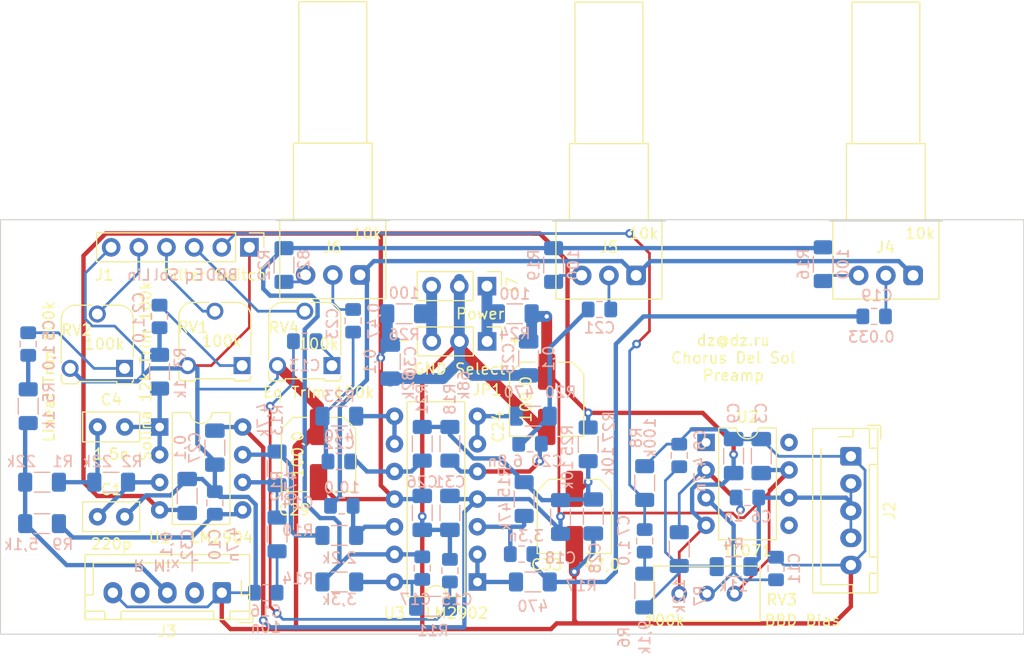
<source format=kicad_pcb>
(kicad_pcb (version 20211014) (generator pcbnew)
  (layers (0 "F.Cu" signal) (31 "B.Cu" signal) (34 "B.Paste" user) (35 "F.Paste" user) (36 "B.SilkS" user "B.Silkscreen") (37 "F.SilkS" user "F.Silkscreen") (38 "B.Mask" user) (39 "F.Mask" user) (44 "Edge.Cuts" user))
  (net 0 "")
  (net 1 "Net-(C1-Pad1)")
  (net 2 "GND")
  (net 3 "Net-(C2-Pad1)")
  (net 4 "Net-(C2-Pad2)")
  (net 5 "/+V")
  (net 6 "Net-(C4-Pad1)")
  (net 7 "Net-(C4-Pad2)")
  (net 8 "Net-(C5-Pad1)")
  (net 9 "Net-(C5-Pad2)")
  (net 10 "Net-(C6-Pad1)")
  (net 11 "Net-(C6-Pad2)")
  (net 12 "Net-(C7-Pad1)")
  (net 13 "Net-(C7-Pad2)")
  (net 14 "Net-(C8-Pad1)")
  (net 15 "/-V")
  (net 16 "Net-(C10-Pad2)")
  (net 17 "Net-(C13-Pad1)")
  (net 18 "Net-(C13-Pad2)")
  (net 19 "Net-(C14-Pad1)")
  (net 20 "Net-(C14-Pad2)")
  (net 21 "Net-(C16-Pad2)")
  (net 22 "Net-(C17-Pad1)")
  (net 23 "Net-(C17-Pad2)")
  (net 24 "Net-(C18-Pad1)")
  (net 25 "Net-(C18-Pad2)")
  (net 26 "Net-(C19-Pad2)")
  (net 27 "Net-(C20-Pad1)")
  (net 28 "Net-(C20-Pad2)")
  (net 29 "Net-(C21-Pad2)")
  (net 30 "Net-(C22-Pad1)")
  (net 31 "Net-(C22-Pad2)")
  (net 32 "Net-(C23-Pad2)")
  (net 33 "/1{slash}2")
  (net 34 "Net-(J1-Pad3)")
  (net 35 "Net-(J1-Pad4)")
  (net 36 "Net-(J1-Pad5)")
  (net 37 "/Dry R")
  (net 38 "/Dry Mix")
  (net 39 "/Dry L")
  (net 40 "Net-(J4-Pad3)")
  (net 41 "Net-(J5-Pad3)")
  (net 42 "Net-(J6-Pad3)")
  (net 43 "+15V")
  (net 44 "-15V")
  (net 45 "Net-(R10-Pad1)")
  (net 46 "Net-(R12-Pad2)")
  (net 47 "Net-(R17-Pad1)")
  (net 48 "Net-(R20-Pad1)")
  (net 49 "Net-(R23-Pad1)")
  (net 53 "Net-(RV3-Pad2)")
  (footprint "Potentiometer_THT:Potentiometer_Bourns_3296W_Vertical" (layer "F.Cu") (at 125.84 52.15)
    (fp_text reference "RV3")
    (fp_text value "BBD Bias")
  )
  (footprint "Package_DIP:DIP-8_W7.62mm" (layer "F.Cu") (at 123.22375 38.25)
    (fp_text reference "U2")
    (fp_text value "TL071")
  )
  (footprint "Connector_PinHeader_2.54mm:PinHeader_1x06_P2.54mm_Vertical" (layer "F.Cu") (at 81.28 20.32 -90)
    (fp_text reference "J1")
    (fp_text value "Filter Switch")
  )
  (footprint "Connector_JST:JST_XH_B5B-XH-AM_1x05_P2.50mm_Vertical" (layer "F.Cu") (at 78.74 52.07 180)
    (fp_text reference "J3")
    (fp_text value "Dry LMR In")
  )
  (footprint "MountingHole:MountingHole_3.2mm_M3" (layer "F.Cu") (at 148.59 21.59)
    (fp_text reference "H1" hide)
    (fp_text value "MountingHole" hide)
  )
  (footprint "Package_DIP:DIP-8_W7.62mm" (layer "F.Cu") (at 73.035 36.84)
    (fp_text reference "U1")
    (fp_text value "LM2904")
  )
  (footprint "Capacitor_SMD:C_Elec_6.3x5.8" (layer "F.Cu") (at 87.63 39.37 -90)
    (fp_text reference "C29")
    (fp_text value "100,0")
  )
  (footprint "Connector_PinHeader_2.54mm:PinHeader_1x03_P2.54mm_Vertical" (layer "F.Cu") (at 103.1125 28.9675 -90)
    (fp_text reference "JP1")
    (fp_text value "GND Select")
  )
  (footprint "Potentiometer_THT:Potentiometer_Runtron_RM-065_Vertical" (layer "F.Cu") (at 80.605 31.19 180)
    (fp_text reference "RV1")
    (fp_text value "Solina 12k Trim 100k")
  )
  (footprint "MountingHole:MountingHole_3.2mm_M3" (layer "F.Cu") (at 62.23 21.59)
    (fp_text reference "H4" hide)
    (fp_text value "MountingHole" hide)
  )
  (footprint "Capacitor_SMD:C_Elec_6.3x5.8" (layer "F.Cu") (at 108.585 34.29 -90)
    (fp_text reference "C24")
    (fp_text value "100,0")
  )
  (footprint "Potentiometer_THT:Potentiometer_Runtron_RM-065_Vertical" (layer "F.Cu") (at 69.81 31.45 180)
    (fp_text reference "RV2")
    (fp_text value "Linear Trim 100k")
  )
  (footprint "Capacitor_THT:C_Disc_D5.0mm_W2.5mm_P2.50mm" (layer "F.Cu") (at 67.33 36.83)
    (fp_text reference "C4")
    (fp_text value "1,5n")
  )
  (footprint "Potentiometer_THT:Potentiometer_Alps_RK097_Single_Horizontal" (layer "F.Cu") (at 91.44 22.86 -90)
    (fp_text reference "J6")
    (fp_text value "Eq Pot 10k")
    (fp_line (start -5 -2.7) (end -5 7.7) (layer "Edge.Cuts") (width 0.1))
  )
  (footprint "Potentiometer_THT:Potentiometer_Runtron_RM-065_Vertical" (layer "F.Cu") (at 88.86 31.19 180)
    (fp_text reference "RV4")
    (fp_text value "Eq Trim 100k")
  )
  (footprint "Connector_JST:JST_XH_B5B-XH-AM_1x05_P2.50mm_Vertical" (layer "F.Cu") (at 136.525 39.53 -90)
    (fp_text reference "J2")
    (fp_text value "BBD Drive")
  )
  (footprint "Capacitor_THT:C_Disc_D5.0mm_W2.5mm_P2.50mm" (layer "F.Cu") (at 67.33 45.085)
    (fp_text reference "C1")
    (fp_text value "220p")
  )
  (footprint "Connector_PinHeader_2.54mm:PinHeader_1x03_P2.54mm_Vertical" (layer "F.Cu") (at 103.0975 23.8875 -90)
    (fp_text reference "J7")
    (fp_text value "Power")
  )
  (footprint "Potentiometer_THT:Potentiometer_Alps_RK097_Single_Horizontal" (layer "F.Cu") (at 116.8 22.905 -90)
    (fp_text reference "J5")
    (fp_text value "Eq Pot 10k")
    (fp_line (start -5 -2.7) (end -5 7.7) (layer "Edge.Cuts") (width 0.1))
  )
  (footprint "Package_DIP:DIP-14_W7.62mm" (layer "F.Cu") (at 102.225 51.085 180)
    (fp_text reference "U3")
    (fp_text value "LM2902")
  )
  (footprint "Potentiometer_THT:Potentiometer_Alps_RK097_Single_Horizontal" (layer "F.Cu") (at 142.24 22.905 -90)
    (fp_text reference "J4")
    (fp_text value "Eq Pot 10k")
    (fp_line (start -5 -2.7) (end -5 7.7) (layer "Edge.Cuts") (width 0.1))
  )
  (footprint "MountingHole:MountingHole_3.2mm_M3" (layer "F.Cu") (at 148.59 52.07)
    (fp_text reference "H2" hide)
    (fp_text value "MountingHole" hide)
  )
  (footprint "MountingHole:MountingHole_3.2mm_M3" (layer "F.Cu") (at 62.23 52.07)
    (fp_text reference "H3" hide)
    (fp_text value "MountingHole" hide)
  )
  (footprint "Capacitor_SMD:C_Elec_6.3x5.8" (layer "F.Cu") (at 111.125 45.06 -90)
    (fp_text reference "C33")
    (fp_text value "47,0")
  )
  (footprint "Capacitor_SMD:C_0805_2012Metric_Pad1.18x1.45mm_HandSolder" (layer "B.Cu") (at 129.65 49.8425 90)
    (fp_text reference "C11")
    (fp_text value "10,0")
  )
  (footprint "Resistor_SMD:R_1206_3216Metric_Pad1.30x1.75mm_HandSolder" (layer "B.Cu") (at 133.985 21.87 -90)
    (fp_text reference "R16")
    (fp_text value "100")
  )
  (footprint "Capacitor_SMD:C_1206_3216Metric_Pad1.33x1.80mm_HandSolder" (layer "B.Cu") (at 106.9225 30.53 -90)
    (fp_text reference "C25")
    (fp_text value "0,1")
  )
  (footprint "Capacitor_SMD:C_0805_2012Metric_Pad1.18x1.45mm_HandSolder" (layer "B.Cu") (at 99.695 50.0425 90)
    (fp_text reference "C15")
    (fp_text value "22n")
  )
  (footprint "Capacitor_SMD:C_0805_2012Metric_Pad1.18x1.45mm_HandSolder" (layer "B.Cu") (at 89.7675 44.085)
    (fp_text reference "C14")
    (fp_text value "10.0")
  )
  (footprint "Capacitor_SMD:C_0805_2012Metric_Pad1.18x1.45mm_HandSolder" (layer "B.Cu") (at 106.2775 48.52)
    (fp_text reference "C18")
    (fp_text value "3,3n")
  )
  (footprint "Resistor_SMD:R_1206_3216Metric_Pad1.30x1.75mm_HandSolder" (layer "B.Cu") (at 125.75375 49.67)
    (fp_text reference "R4")
    (fp_text value "11k")
  )
  (footprint "Capacitor_SMD:C_0805_2012Metric_Pad1.18x1.45mm_HandSolder" (layer "B.Cu") (at 138.6625 26.67)
    (fp_text reference "C19")
    (fp_text value "0.033")
  )
  (footprint "Capacitor_SMD:C_0805_2012Metric_Pad1.18x1.45mm_HandSolder" (layer "B.Cu") (at 120.76 39.45 90)
    (fp_text reference "C8")
    (fp_text value "4,7n")
  )
  (footprint "Resistor_SMD:R_1206_3216Metric_Pad1.30x1.75mm_HandSolder" (layer "B.Cu") (at 106.515 43.46 -90)
    (fp_text reference "R15")
    (fp_text value "47k")
  )
  (footprint "Resistor_SMD:R_1206_3216Metric_Pad1.30x1.75mm_HandSolder" (layer "B.Cu") (at 112.395 38.43 -90)
    (fp_text reference "R27")
    (fp_text value "10k")
  )
  (footprint "Capacitor_SMD:C_0805_2012Metric_Pad1.18x1.45mm_HandSolder" (layer "B.Cu") (at 127.02375 43.32 180)
    (fp_text reference "C6")
    (fp_text value "1n")
  )
  (footprint "Resistor_SMD:R_1206_3216Metric_Pad1.30x1.75mm_HandSolder" (layer "B.Cu") (at 89.535 51.08)
    (fp_text reference "R14")
    (fp_text value "3,3k")
  )
  (footprint "Capacitor_SMD:C_0805_2012Metric_Pad1.18x1.45mm_HandSolder" (layer "B.Cu") (at 117.585 47.3025 -90)
    (fp_text reference "C7")
    (fp_text value "1,0")
  )
  (footprint "Resistor_SMD:R_1206_3216Metric_Pad1.30x1.75mm_HandSolder" (layer "B.Cu") (at 68.58 41.91)
    (fp_text reference "R2")
    (fp_text value "22k")
  )
  (footprint "Capacitor_SMD:C_0805_2012Metric_Pad1.18x1.45mm_HandSolder" (layer "B.Cu") (at 89.535 40.005 180)
    (fp_text reference "C22")
    (fp_text value "12n")
  )
  (footprint "Capacitor_SMD:C_0805_2012Metric_Pad1.18x1.45mm_HandSolder" (layer "B.Cu") (at 78.105 43.815 -90)
    (fp_text reference "C10")
    (fp_text value "4,7n")
  )
  (footprint "Resistor_SMD:R_1206_3216Metric_Pad1.30x1.75mm_HandSolder" (layer "B.Cu") (at 109.22 21.945 -90)
    (fp_text reference "R19")
    (fp_text value "100")
  )
  (footprint "Resistor_SMD:R_1206_3216Metric_Pad1.30x1.75mm_HandSolder" (layer "B.Cu") (at 120.76 48.06 90)
    (fp_text reference "R7")
    (fp_text value "1,2k")
  )
  (footprint "Resistor_SMD:R_1206_3216Metric_Pad1.30x1.75mm_HandSolder" (layer "B.Cu") (at 62.23 45.72)
    (fp_text reference "R9")
    (fp_text value "5,1k")
  )
  (footprint "Capacitor_SMD:C_1206_3216Metric_Pad1.33x1.80mm_HandSolder" (layer "B.Cu") (at 99.695 44.73 -90)
    (fp_text reference "C26")
    (fp_text value "0,1")
  )
  (footprint "Capacitor_SMD:C_0805_2012Metric_Pad1.18x1.45mm_HandSolder" (layer "B.Cu") (at 86.36 28.95 180)
    (fp_text reference "C13")
    (fp_text value "1.0")
  )
  (footprint "Capacitor_SMD:C_0805_2012Metric_Pad1.18x1.45mm_HandSolder" (layer "B.Cu") (at 73.025 26.67 90)
    (fp_text reference "C2")
    (fp_text value "1,0")
  )
  (footprint "Resistor_SMD:R_1206_3216Metric_Pad1.30x1.75mm_HandSolder" (layer "B.Cu") (at 98.145 53.315)
    (fp_text reference "R11")
    (fp_text value "2k")
  )
  (footprint "Resistor_SMD:R_1206_3216Metric_Pad1.30x1.75mm_HandSolder" (layer "B.Cu") (at 83.82 46.71 90)
    (fp_text reference "R12")
    (fp_text value "470")
  )
  (footprint "Capacitor_SMD:C_0805_2012Metric_Pad1.18x1.45mm_HandSolder" (layer "B.Cu") (at 60.96 29.21 90)
    (fp_text reference "C5")
    (fp_text value "1,0")
  )
  (footprint "Capacitor_SMD:C_0805_2012Metric_Pad1.18x1.45mm_HandSolder" (layer "B.Cu") (at 97.155 49.81 -90)
    (fp_text reference "C17")
    (fp_text value "47n")
  )
  (footprint "Capacitor_SMD:C_0805_2012Metric_Pad1.18x1.45mm_HandSolder" (layer "B.Cu") (at 90.805 27.0725 90)
    (fp_text reference "C23")
    (fp_text value "0,47")
  )
  (footprint "Capacitor_SMD:C_1206_3216Metric_Pad1.33x1.80mm_HandSolder" (layer "B.Cu") (at 75.565 43.18 -90)
    (fp_text reference "C32")
    (fp_text value "0,1")
  )
  (footprint "Resistor_SMD:R_1206_3216Metric_Pad1.30x1.75mm_HandSolder" (layer "B.Cu") (at 99.695 38.38 -90)
    (fp_text reference "R18")
    (fp_text value "68k")
  )
  (footprint "Capacitor_SMD:C_1206_3216Metric_Pad1.33x1.80mm_HandSolder" (layer "B.Cu") (at 94.2225 30.8225 90)
    (fp_text reference "C30")
    (fp_text value "0,1")
  )
  (footprint "Capacitor_SMD:C_1206_3216Metric_Pad1.33x1.80mm_HandSolder" (layer "B.Cu") (at 112.865 45.06 -90)
    (fp_text reference "C28")
    (fp_text value "0,1")
  )
  (footprint "Resistor_SMD:R_1206_3216Metric_Pad1.30x1.75mm_HandSolder" (layer "B.Cu") (at 83.82 40.64 90)
    (fp_text reference "R13")
    (fp_text value "4,7k")
  )
  (footprint "Capacitor_SMD:C_0805_2012Metric_Pad1.18x1.45mm_HandSolder" (layer "B.Cu") (at 113.4325 26.035)
    (fp_text reference "C21")
    (fp_text value "0,15")
  )
  (footprint "Resistor_SMD:R_1206_3216Metric_Pad1.30x1.75mm_HandSolder" (layer "B.Cu") (at 107.315 35.84)
    (fp_text reference "R20")
    (fp_text value "470")
  )
  (footprint "Capacitor_SMD:C_0805_2012Metric_Pad1.18x1.45mm_HandSolder" (layer "B.Cu") (at 82.7825 52.07)
    (fp_text reference "C16")
    (fp_text value "10n")
  )
  (footprint "Resistor_SMD:R_1206_3216Metric_Pad1.30x1.75mm_HandSolder" (layer "B.Cu") (at 89.535 46.805)
    (fp_text reference "R10")
    (fp_text value "2.2k")
  )
  (footprint "Resistor_SMD:R_1206_3216Metric_Pad1.30x1.75mm_HandSolder" (layer "B.Cu") (at 97.155 38.38 -90)
    (fp_text reference "R21")
    (fp_text value "82k")
  )
  (footprint "Capacitor_SMD:C_1206_3216Metric_Pad1.33x1.80mm_HandSolder" (layer "B.Cu") (at 97.155 44.73 90)
    (fp_text reference "C31")
    (fp_text value "0,1")
  )
  (footprint "Resistor_SMD:R_1206_3216Metric_Pad1.30x1.75mm_HandSolder" (layer "B.Cu") (at 95.4925 26.4275 180)
    (fp_text reference "R26")
    (fp_text value "100")
  )
  (footprint "Resistor_SMD:R_1206_3216Metric_Pad1.30x1.75mm_HandSolder" (layer "B.Cu") (at 84.455 21.945 -90)
    (fp_text reference "R22")
    (fp_text value "820")
  )
  (footprint "Resistor_SMD:R_1206_3216Metric_Pad1.30x1.75mm_HandSolder" (layer "B.Cu") (at 117.585 51.87 -90)
    (fp_text reference "R6")
    (fp_text value "9,1k")
  )
  (footprint "Resistor_SMD:R_1206_3216Metric_Pad1.30x1.75mm_HandSolder" (layer "B.Cu") (at 107.315 51.08)
    (fp_text reference "R17")
    (fp_text value "470")
  )
  (footprint "Resistor_SMD:R_1206_3216Metric_Pad1.30x1.75mm_HandSolder" (layer "B.Cu") (at 62.23 41.91)
    (fp_text reference "R1")
    (fp_text value "22k")
  )
  (footprint "Capacitor_SMD:C_1206_3216Metric_Pad1.33x1.80mm_HandSolder" (layer "B.Cu") (at 128.29375 39.51 -90)
    (fp_text reference "C3")
    (fp_text value "0,1")
  )
  (footprint "Capacitor_SMD:C_1206_3216Metric_Pad1.33x1.80mm_HandSolder" (layer "B.Cu") (at 125.75375 39.51 90)
    (fp_text reference "C9")
    (fp_text value "0,1")
  )
  (footprint "Resistor_SMD:R_1206_3216Metric_Pad1.30x1.75mm_HandSolder" (layer "B.Cu") (at 105.6525 26.4275)
    (fp_text reference "R24")
    (fp_text value "100")
  )
  (footprint "Resistor_SMD:R_1206_3216Metric_Pad1.30x1.75mm_HandSolder" (layer "B.Cu") (at 117.585 41.99 -90)
    (fp_text reference "R8")
    (fp_text value "100k")
  )
  (footprint "Capacitor_SMD:C_1206_3216Metric_Pad1.33x1.80mm_HandSolder" (layer "B.Cu") (at 78.105 38.735 -90)
    (fp_text reference "C27")
    (fp_text value "0,1")
  )
  (footprint "Resistor_SMD:R_1206_3216Metric_Pad1.30x1.75mm_HandSolder" (layer "B.Cu") (at 109.855 45.11 90)
    (fp_text reference "R25")
    (fp_text value "10k")
  )
  (footprint "Resistor_SMD:R_1206_3216Metric_Pad1.30x1.75mm_HandSolder" (layer "B.Cu") (at 89.535 35.84 180)
    (fp_text reference "R23")
    (fp_text value "470")
  )
  (footprint "Capacitor_SMD:C_0805_2012Metric_Pad1.18x1.45mm_HandSolder" (layer "B.Cu") (at 107.053748 38.38 180)
    (fp_text reference "C20")
    (fp_text value "6,8n")
  )
  (footprint "Resistor_SMD:R_1206_3216Metric_Pad1.30x1.75mm_HandSolder" (layer "B.Cu") (at 60.96 34.925 90)
    (fp_text reference "R5")
    (fp_text value "1k")
  )
  (footprint "Resistor_SMD:R_1206_3216Metric_Pad1.30x1.75mm_HandSolder" (layer "B.Cu") (at 73.025 31.75 90)
    (fp_text reference "R3")
    (fp_text value "1k")
  )
  (gr_rect (start 58.42 17.78) (end 152.4 55.88) (layer "Edge.Cuts") (width 0.1) (fill none))
  (gr_text "Lin" (at 71.12 22.86) (layer "B.SilkS") (effects (font (size 1 1)) (justify mirror)))
  (gr_text "R" (at 71.12 49.53 180) (layer "B.SilkS") (effects (font (size 1 1)) (justify mirror)))
  (gr_text "Mix" (at 73.66 49.53 180) (layer "B.SilkS") (effects (font (size 1 1)) (justify mirror)))
  (gr_text "BBD" (at 78.74 22.86) (layer "B.SilkS") (effects (font (size 1 1)) (justify mirror)))
  (gr_text "Sol" (at 73.66 22.86) (layer "B.SilkS") (effects (font (size 1 1)) (justify mirror)))
  (gr_text "L" (at 76.2 49.53 180) (layer "B.SilkS") (effects (font (size 1 1)) (justify mirror)))
  (gr_text "Eq" (at 76.2 22.86) (layer "B.SilkS") (effects (font (size 1 1)) (justify mirror)))
  (gr_text "100k" (at 78.74 28.95) (layer "F.SilkS") (effects (font (size 1 1))))
  (gr_text "10k" (at 142.875 19.05) (layer "F.SilkS") (effects (font (size 1 1))))
  (gr_text "100k" (at 119.40375 54.605) (layer "F.SilkS") (effects (font (size 1 1))))
  (gr_text "100k" (at 87.63 29.21) (layer "F.SilkS") (effects (font (size 1 1))))
  (gr_text "+" (at 105.6525 28.9675 180) (layer "F.SilkS") (effects (font (size 1 1))))
  (gr_text "10k" (at 117.475 19.05) (layer "F.SilkS") (effects (font (size 1 1))))
  (gr_text "10k" (at 92.075 19.05) (layer "F.SilkS") (effects (font (size 1 1))))
  (gr_text "dz@dz.ru\nChorus Del Sol\nPreamp" (at 125.73 30.48) (layer "F.SilkS") (effects (font (size 1 1))))
  (gr_text "-" (at 95.4925 28.9675 180) (layer "F.SilkS") (effects (font (size 1 1))))
  (gr_text "100k" (at 67.945 29.21) (layer "F.SilkS") (effects (font (size 1 1))))
  (segment (start 70.14 41.92) (end 70.13 41.91) (width 0.4) (layer "B.Cu") (net 1))
  (segment (start 73.035 41.92) (end 70.14 41.92) (width 0.4) (layer "B.Cu") (net 1))
  (segment (start 70.13 41.91) (end 70.13 42.285) (width 0.4) (layer "B.Cu") (net 1))
  (segment (start 70.13 42.285) (end 67.33 45.085) (width 0.4) (layer "B.Cu") (net 1))
  (segment (start 85.56 55.41) (end 79.54 55.41) (width 0.4) (layer "F.Cu") (net 2))
  (segment (start 87.63 36.8325) (end 85.725 38.7375) (width 1) (layer "F.Cu") (net 2))
  (segment (start 108.585 36.8275) (end 107.8725 36.8275) (width 1) (layer "F.Cu") (net 2))
  (segment (start 97.155 32.385) (end 100.5725 28.9675) (width 0.4) (layer "F.Cu") (net 2))
  (segment (start 97.155 45.06) (end 97.155 55.245) (width 0.4) (layer "F.Cu") (net 2))
  (segment (start 87.63 34.96) (end 83.86 31.19) (width 1) (layer "F.Cu") (net 2))
  (segment (start 100.5725 29.5275) (end 100.5725 28.9675) (width 1) (layer "F.Cu") (net 2))
  (segment (start 81.28 27.68) (end 77.77 31.19) (width 0.25) (layer "F.Cu") (net 2))
  (segment (start 97.155 55.245) (end 97.32 55.41) (width 0.4) (layer "F.Cu") (net 2))
  (segment (start 136.525 53.34) (end 136.525 49.53) (width 0.4) (layer "F.Cu") (net 2))
  (segment (start 87.63 36.8325) (end 87.63 34.96) (width 1) (layer "F.Cu") (net 2))
  (segment (start 108.98 55.41) (end 97.625 55.41) (width 0.4) (layer "F.Cu") (net 2))
  (segment (start 97.155 45.06) (end 97.155 32.385) (width 0.4) (layer "F.Cu") (net 2))
  (segment (start 79.54 55.41) (end 78.74 54.61) (width 0.4) (layer "F.Cu") (net 2))
  (segment (start 77.77 31.19) (end 75.605 31.19) (width 0.25) (layer "F.Cu") (net 2))
  (segment (start 134.975 54.89) (end 136.525 53.34) (width 0.4) (layer "F.Cu") (net 2))
  (segment (start 78.74 54.61) (end 78.74 52.07) (width 0.4) (layer "F.Cu") (net 2))
  (segment (start 111.125 47.5975) (end 111.125 50.14) (width 1) (layer "F.Cu") (net 2))
  (segment (start 85.56 38.9025) (end 85.725 38.7375) (width 0.4) (layer "F.Cu") (net 2))
  (segment (start 81.28 20.32) (end 81.28 27.68) (width 0.25) (layer "F.Cu") (net 2))
  (segment (start 97.32 55.41) (end 97.625 55.41) (width 0.4) (layer "F.Cu") (net 2))
  (segment (start 85.56 55.41) (end 85.56 38.9025) (width 0.4) (layer "F.Cu") (net 2))
  (segment (start 109.5 54.89) (end 111.405 54.89) (width 0.4) (layer "F.Cu") (net 2))
  (segment (start 111.125 50.14) (end 111.125 54.61) (width 0.4) (layer "F.Cu") (net 2))
  (segment (start 107.8725 36.8275) (end 100.5725 29.5275) (width 1) (layer "F.Cu") (net 2))
  (segment (start 97.625 55.41) (end 85.56 55.41) (width 0.4) (layer "F.Cu") (net 2))
  (segment (start 111.125 54.61) (end 111.405 54.89) (width 0.4) (layer "F.Cu") (net 2))
  (segment (start 111.405 54.89) (end 134.975 54.89) (width 0.4) (layer "F.Cu") (net 2))
  (segment (start 109.5 54.89) (end 108.98 55.41) (width 0.4) (layer "F.Cu") (net 2))
  (via (at 97.155 45.06) (size 0.8) (drill 0.4) (layers "F.Cu" "B.Cu") (net 2))
  (via (at 111.125 50.14) (size 0.8) (drill 0.4) (layers "F.Cu" "B.Cu") (net 2))
  (segment (start 81.855 43.962943) (end 81.855 51.96) (width 0.4) (layer "B.Cu") (net 2))
  (segment (start 70.99 32.63) (end 71.495 32.125) (width 0.4) (layer "B.Cu") (net 2))
  (segment (start 129.65 48.805) (end 130.375 49.53) (width 0.25) (layer "B.Cu") (net 2))
  (segment (start 76.945 41.6175) (end 78.105 42.7775) (width 0.4) (layer "B.Cu") (net 2))
  (segment (start 66.205 26.907706) (end 66.852294 27.555) (width 0.25) (layer "B.Cu") (net 2))
  (segment (start 71.495 30.15) (end 71.495 32.125) (width 0.25) (layer "B.Cu") (net 2))
  (segment (start 99.695 49.005) (end 99.695 46.2925) (width 0.4) (layer "B.Cu") (net 2))
  (segment (start 106.9225 32.0925) (end 101.7925 32.0925) (width 1) (layer "B.Cu") (net 2))
  (segment (start 137.825 40.8) (end 136.555 39.53) (width 0.25) (layer "B.Cu") (net 2))
  (segment (start 136.555 39.53) (end 136.525 39.53) (width 0.25) (layer "B.Cu") (net 2))
  (segment (start 130.375 49.53) (end 136.525 49.53) (width 0.25) (layer "B.Cu") (net 2))
  (segment (start 100.5575 28.9525) (end 100.5725 28.9675) (width 1) (layer "B.Cu") (net 2))
  (segment (start 100.5725 30.8725) (end 100.5725 28.9675) (width 1) (layer "B.Cu") (net 2))
  (segment (start 74.0625 43.12) (end 75.565 41.6175) (width 0.4) (layer "B.Cu") (net 2))
  (segment (start 121.89 37.05) (end 124.85625 37.05) (width 0.4) (layer "B.Cu") (net 2))
  (segment (start 100.5575 23.2675) (end 100.5575 23.8875) (width 1) (layer "B.Cu") (net 2))
  (segment (start 124.85625 37.05) (end 125.75375 37.9475) (width 0.4) (layer "B.Cu") (net 2))
  (segment (start 69.83 45.085) (end 71.795 43.12) (width 0.4) (layer "B.Cu") (net 2))
  (segment (start 129.87625 39.53) (end 128.29375 37.9475) (width 0.25) (layer "B.Cu") (net 2))
  (segment (start 71.795 43.12) (end 74.0625 43.12) (width 0.4) (layer "B.Cu") (net 2))
  (segment (start 78.5875 43.26) (end 81.152057 43.26) (width 0.4) (layer "B.Cu") (net 2))
  (segment (start 83.86 32.345) (end 82.85 33.355) (width 0.25) (layer "B.Cu") (net 2))
  (segment (start 68.58 20.32) (end 66.205 22.695) (width 0.25) (layer "B.Cu") (net 2))
  (segment (start 68.74 52.07) (end 70.04 53.37) (width 0.25) (layer "B.Cu") (net 2))
  (segment (start 72.17 31.45) (end 76.5 31.45) (width 0.4) (layer "B.Cu") (net 2))
  (segment (start 101.7925 32.0925) (end 100.5725 30.8725) (width 1) (layer "B.Cu") (net 2))
  (segment (start 83.86 31.19) (end 83.86 32.345) (width 0.25) (layer "B.Cu") (net 2))
  (segment (start 66.852294 27.555) (end 68.9 27.555) (width 0.25) (layer "B.Cu") (net 2))
  (segment (start 137.825 48.23) (end 137.825 40.8) (width 0.25) (layer "B.Cu") (net 2))
  (segment (start 97.155 46.2925) (end 97.155 45.06) (width 0.4) (layer "B.Cu") (net 2))
  (segment (start 71.495 32.125) (end 72.17 31.45) (width 0.4) (layer "B.Cu") (net 2))
  (segment (start 68.9 27.555) (end 71.495 30.15) (width 0.25) (layer "B.Cu") (net 2))
  (segment (start 112.865 48.4) (end 111.125 50.14) (width 0.4) (layer "B.Cu") (net 2))
  (segment (start 78.105 42.7775) (end 78.5875 43.26) (width 0.4) (layer "B.Cu") (net 2))
  (segment (start 76.5 33.355) (end 76.5 31.45) (width 0.4) (layer "B.Cu") (net 2))
  (segment (start 136.525 49.53) (end 137.825 48.23) (width 0.25) (layer "B.Cu") (net 2))
  (segment (start 125.75375 37.9475) (end 128.29375 37.9475) (width 0.4) (layer "B.Cu") (net 2))
  (segment (start 99.06 32.385) (end 100.5725 30.8725) (width 1) (layer "B.Cu") (net 2))
  (segment (start 120.76 38.4125) (end 120.76 38.18) (width 0.25) (layer "B.Cu") (net 2))
  (segment (start 81.152057 43.26) (end 81.855 43.962943) (width 0.4) (layer "B.Cu") (net 2))
  (segment (start 120.76 38.4125) (end 119.6125 38.4125) (width 0.25) (layer "B.Cu") (net 2))
  (segment (start 78.105 40.005) (end 76.5 38.4) (width 0.4) (layer "B.Cu") (net 2))
  (segment (start 119.6125 38.4125) (end 117.585 40.44) (width 0.25) (layer "B.Cu") (net 2))
  (segment (start 120.76 38.18) (end 121.89 37.05) (width 0.25) (layer "B.Cu") (net 2))
  (segment (start 94.2225 32.385) (end 94.2225 32.613) (width 1) (layer "B.Cu") (net 2))
  (segment (start 78.105 40.2975) (end 78.105 42.7775) (width 0.4) (layer "B.Cu") (net 2))
  (segment (start 100.5575 23.8875) (end 100.5575 28.9525) (width 1) (layer "B.Cu") (net 2))
  (segment (start 65.99 32.63) (end 70.99 32.63) (width 0.4) (layer "B.Cu") (net 2))
  (segment (start 136.525 39.53) (end 129.87625 39.53) (width 0.25) (layer "B.Cu") (net 2))
  (segment (start 70.04 53.37) (end 77.44 53.37) (width 0.25) (layer "B.Cu") (net 2))
  (segment (start 94.2225 32.385) (end 99.06 32.385) (width 1) (layer "B.Cu") (net 2))
  (segment (start 76.5 38.4) (end 76.5 33.355) (width 0.4) (layer "B.Cu") (net 2))
  (segment (start 66.205 22.695) (end 66.205 26.907706) (width 0.25) (layer "B.Cu") (net 2))
  (segment (start 97.155 46.2925) (end 99.695 46.2925) (width 0.4) (layer "B.Cu") (net 2))
  (segment (start 82.85 33.355) (end 76.5 33.355) (width 0.25) (layer "B.Cu") (net 2))
  (segment (start 64.81 31.45) (end 65.99 32.63) (width 0.4) (layer "B.Cu") (net 2))
  (segment (start 112.865 46.6225) (end 112.865 48.4) (width 0.4) (layer "B.Cu") (net 2))
  (segment (start 81.855 51.96) (end 81.745 52.07) (width 0.4) (layer "B.Cu") (net 2))
  (segment (start 77.44 53.37) (end 78.74 52.07) (width 0.25) (layer "B.Cu") (net 2))
  (segment (start 75.565 41.6175) (end 76.945 41.6175) (width 0.4) (layer "B.Cu") (net 2))
  (segment (start 78.74 52.07) (end 81.745 52.07) (width 0.25) (layer "B.Cu") (net 2))
  (segment (start 78.105 40.2975) (end 78.105 40.005) (width 0.4) (layer "B.Cu") (net 2))
  (segment (start 73.025 30.2) (end 73.025 27.7075) (width 0.4) (layer "B.Cu") (net 3))
  (segment (start 78.5825 31.19) (end 80.605 31.19) (width 0.25) (layer "B.Cu") (net 4))
  (segment (start 73.025 25.6325) (end 78.5825 31.19) (width 0.25) (layer "B.Cu") (net 4))
  (segment (start 108.585 31.7525) (end 108.585 26.67) (width 1) (layer "F.Cu") (net 5))
  (segment (start 129.015 42.61875) (end 130.84375 40.79) (width 0.25) (layer "F.Cu") (net 5))
  (segment (start 126.088445 45.17) (end 125.66375 44.745305) (width 0.25) (layer "F.Cu") (net 5))
  (segment (start 126.689055 45.17) (end 126.088445 45.17) (width 0.25) (layer "F.Cu") (net 5))
  (segment (start 130.84375 41.015305) (end 126.689055 45.17) (width 0.25) (layer "F.Cu") (net 5))
  (segment (start 109.71 44.915) (end 109.71 32.8775) (width 0.25) (layer "F.Cu") (net 5))
  (segment (start 129.015 48.975) (end 129.015 42.61875) (width 0.25) (layer "F.Cu") (net 5))
  (segment (start 109.71 32.8775) (end 108.585 31.7525) (width 0.25) (layer "F.Cu") (net 5))
  (segment (start 110.169695 44.745305) (end 109.855 45.06) (width 0.25) (layer "F.Cu") (net 5))
  (segment (start 130.84375 40.79) (end 130.84375 41.015305) (width 0.25) (layer "F.Cu") (net 5))
  (segment (start 125.66375 44.745305) (end 110.169695 44.745305) (width 0.25) (layer "F.Cu") (net 5))
  (segment (start 125.84 52.15) (end 129.015 48.975) (width 0.25) (layer "F.Cu") (net 5))
  (segment (start 82.55 54.61) (end 82.55 38.735) (width 0.4) (layer "F.Cu") (net 5))
  (segment (start 109.855 45.06) (end 109.71 44.915) (width 0.25) (layer "F.Cu") (net 5))
  (segment (start 82.55 38.735) (end 80.655 36.84) (width 0.4) (layer "F.Cu") (net 5))
  (via (at 82.55 54.61) (size 0.8) (drill 0.4) (layers "F.Cu" "B.Cu") (net 5))
  (via (at 109.855 45.06) (size 0.8) (drill 0.4) (layers "F.Cu" "B.Cu") (net 5))
  (via (at 108.585 26.67) (size 0.8) (drill 0.4) (layers "F.Cu" "B.Cu") (net 5))
  (segment (start 100.965 55.245) (end 83.185 55.245) (width 0.4) (layer "B.Cu") (net 5))
  (segment (start 102.225 43.465) (end 101.025 44.665) (width 0.4) (layer "B.Cu") (net 5))
  (segment (start 107.445 26.67) (end 107.2025 26.4275) (width 1) (layer "B.Cu") (net 5))
  (segment (start 102.225 43.465) (end 106.99 43.465) (width 0.4) (layer "B.Cu") (net 5))
  (segment (start 109.855 45.06) (end 109.855 46.66) (width 0.4) (layer "B.Cu") (net 5))
  (segment (start 101.025 55.185) (end 100.965 55.245) (width 0.4) (layer "B.Cu") (net 5))
  (segment (start 109.855 46.33) (end 109.855 46.66) (width 0.4) (layer "B.Cu") (net 5))
  (segment (start 83.185 55.245) (end 82.55 54.61) (width 0.4) (layer "B.Cu") (net 5))
  (segment (start 128.57625 40.79) (end 128.29375 41.0725) (width 0.4) (layer "B.Cu") (net 5))
  (segment (start 108.585 26.67) (end 107.445 26.67) (width 1) (layer "B.Cu") (net 5))
  (segment (start 106.99 43.465) (end 109.855 46.33) (width 0.4) (layer "B.Cu") (net 5))
  (segment (start 78.4375 36.84) (end 78.105 37.1725) (width 0.4) (layer "B.Cu") (net 5))
  (segment (start 130.84375 40.79) (end 128.57625 40.79) (width 0.4) (layer "B.Cu") (net 5))
  (segment (start 101.025 44.665) (end 101.025 55.185) (width 0.4) (layer "B.Cu") (net 5))
  (segment (start 102.225 43.465) (end 99.9925 43.465) (width 0.4) (layer "B.Cu") (net 5))
  (segment (start 107.2025 28.6875) (end 106.9225 28.9675) (width 1) (layer "B.Cu") (net 5))
  (segment (start 107.2025 26.4275) (end 107.2025 28.6875) (width 1) (layer "B.Cu") (net 5))
  (segment (start 99.9925 43.465) (end 99.695 43.1675) (width 0.4) (layer "B.Cu") (net 5))
  (segment (start 80.655 36.84) (end 78.4375 36.84) (width 0.4) (layer "B.Cu") (net 5))
  (segment (start 67.33 41.61) (end 67.03 41.91) (width 0.4) (layer "B.Cu") (net 6))
  (segment (start 67.33 36.83) (end 67.33 41.61) (width 0.4) (layer "B.Cu") (net 6))
  (segment (start 67.03 41.91) (end 63.78 41.91) (width 0.4) (layer "B.Cu") (net 6))
  (segment (start 73.035 36.84) (end 73.035 33.31) (width 0.4) (layer "B.Cu") (net 7))
  (segment (start 73.035 33.31) (end 73.025 33.3) (width 0.4) (layer "B.Cu") (net 7))
  (segment (start 69.83 36.83) (end 73.025 36.83) (width 0.4) (layer "B.Cu") (net 7))
  (segment (start 73.035 39.38) (end 73.035 36.84) (width 0.4) (layer "B.Cu") (net 7))
  (segment (start 73.025 36.83) (end 73.035 36.84) (width 0.4) (layer "B.Cu") (net 7))
  (segment (start 60.96 33.375) (end 60.96 30.2475) (width 0.4) (layer "B.Cu") (net 8))
  (segment (start 60.96 28.1725) (end 63.7325 28.1725) (width 0.25) (layer "B.Cu") (net 9))
  (segment (start 67.01 31.45) (end 69.81 31.45) (width 0.25) (layer "B.Cu") (net 9))
  (segment (start 63.7325 28.1725) (end 67.01 31.45) (width 0.25) (layer "B.Cu") (net 9))
  (segment (start 128.06125 48.9125) (end 127.30375 49.67) (width 0.4) (layer "B.Cu") (net 10))
  (segment (start 128.06125 43.32) (end 128.06125 48.9125) (width 0.4) (layer "B.Cu") (net 10))
  (segment (start 136.525 43.785) (end 136.525 42.03) (width 0.25) (layer "B.Cu") (net 10))
  (segment (start 130.84375 43.33) (end 128.07125 43.33) (width 0.4) (layer "B.Cu") (net 10))
  (segment (start 128.07125 43.33) (end 128.06125 43.32) (width 0.4) (layer "B.Cu") (net 10))
  (segment (start 136.07 43.33) (end 136.525 43.785) (width 0.4) (layer "B.Cu") (net 10))
  (segment (start 130.84375 43.33) (end 136.07 43.33) (width 0.4) (layer "B.Cu") (net 10))
  (segment (start 130.85375 43.32) (end 130.84375 43.33) (width 0.4) (layer "B.Cu") (net 10))
  (segment (start 136.525 47.03) (end 136.525 44.53) (width 0.25) (layer "B.Cu") (net 10))
  (segment (start 136.525 44.53) (end 136.525 43.785) (width 0.25) (layer "B.Cu") (net 10))
  (segment (start 126.38875 43.955) (end 126.38875 44.445) (width 0.4) (layer "F.Cu") (net 11))
  (segment (start 123.22375 40.79) (end 126.38875 43.955) (width 0.4) (layer "F.Cu") (net 11))
  (via (at 126.38875 44.445) (size 0.8) (drill 0.4) (layers "F.Cu" "B.Cu") (net 11))
  (segment (start 120.76 46.51) (end 120.76 42.981288) (width 0.25) (layer "B.Cu") (net 11))
  (segment (start 122.951288 40.79) (end 123.22375 40.79) (width 0.25) (layer "B.Cu") (net 11))
  (segment (start 126.38875 43.7225) (end 125.98625 43.32) (width 0.4) (layer "B.Cu") (net 11))
  (segment (start 126.38875 44.445) (end 126.38875 43.7225) (width 0.4) (layer "B.Cu") (net 11))
  (segment (start 120.76 42.981288) (end 122.951288 40.79) (width 0.25) (layer "B.Cu") (net 11))
  (segment (start 118.025 28.025) (end 118.025 20.87) (width 0.25) (layer "F.Cu") (net 12))
  (segment (start 118.025 20.87) (end 116.205 19.05) (width 0.25) (layer "F.Cu") (net 12))
  (segment (start 116.84 29.21) (end 118.025 28.025) (width 0.25) (layer "F.Cu") (net 12))
  (via (at 116.205 19.05) (size 0.8) (drill 0.4) (layers "F.Cu" "B.Cu") (net 12))
  (via (at 116.84 29.21) (size 0.8) (drill 0.4) (layers "F.Cu" "B.Cu") (net 12))
  (segment (start 117.585 43.54) (end 116.205 42.16) (width 0.25) (layer "B.Cu") (net 12))
  (segment (start 117.585 46.265) (end 117.585 43.54) (width 0.25) (layer "B.Cu") (net 12))
  (segment (start 116.205 29.845) (end 116.84 29.21) (width 0.25) (layer "B.Cu") (net 12))
  (segment (start 116.205 42.16) (end 116.205 29.845) (width 0.25) (layer "B.Cu") (net 12))
  (segment (start 80.01 19.05) (end 79.375 19.685) (width 0.25) (layer "B.Cu") (net 12))
  (segment (start 116.205 19.05) (end 80.01 19.05) (width 0.25) (layer "B.Cu") (net 12))
  (segment (start 117.585 48.34) (end 117.585 50.32) (width 0.25) (layer "B.Cu") (net 13))
  (segment (start 124.14375 49.61) (end 124.20375 49.67) (width 0.25) (layer "B.Cu") (net 14))
  (segment (start 120.76 49.61) (end 124.14375 49.61) (width 0.25) (layer "B.Cu") (net 14))
  (segment (start 119.49 41.7575) (end 120.76 40.4875) (width 0.25) (layer "B.Cu") (net 14))
  (segment (start 120.685 49.535) (end 120.76 49.61) (width 0.25) (layer "B.Cu") (net 14))
  (segment (start 117.585 53.42) (end 120.76 50.245) (width 0.25) (layer "B.Cu") (net 14))
  (segment (start 120.76 50.245) (end 120.76 49.61) (width 0.25) (layer "B.Cu") (net 14))
  (segment (start 119.49 48.34) (end 119.49 41.7575) (width 0.25) (layer "B.Cu") (net 14))
  (segment (start 120.76 49.61) (end 119.49 48.34) (width 0.25) (layer "B.Cu") (net 14))
  (segment (start 66.04 21.092233) (end 66.04 41.91) (width 0.4) (layer "F.Cu") (net 15))
  (segment (start 107.95 19.05) (end 93.345 19.05) (width 0.4) (layer "F.Cu") (net 15))
  (segment (start 68.082233 19.05) (end 66.04 21.092233) (width 0.4) (layer "F.Cu") (net 15))
  (segment (start 93.345 30.48) (end 93.345 19.05) (width 0.4) (layer "F.Cu") (net 15))
  (segment (start 73.035 44.46) (end 71.755 43.18) (width 0.4) (layer "F.Cu") (net 15))
  (segment (start 107.95 19.05) (end 107.315 19.05) (width 0.4) (layer "F.Cu") (net 15))
  (segment (start 94.605 43.465) (end 89.1875 43.465) (width 0.4) (layer "F.Cu") (net 15))
  (segment (start 120.76 52.15) (end 120.76 48.33375) (width 0.25) (layer "F.Cu") (net 15))
  (segment (start 120.76 48.33375) (end 123.22375 45.87) (width 0.25) (layer "F.Cu") (net 15))
  (segment (start 125.75375 39.365) (end 125.75375 38.38) (width 0.4) (layer "F.Cu") (net 15))
  (segment (start 112.395 35.535) (end 110.5 33.64) (width 0.4) (layer "F.Cu") (net 15))
  (segment (start 110.5 21.6) (end 107.95 19.05) (width 0.4) (layer "F.Cu") (net 15))
  (segment (start 93.345 19.05) (end 68.082233 19.05) (width 0.4) (layer "F.Cu") (net 15))
  (segment (start 66.04 41.91) (end 67.31 43.18) (width 0.4) (layer "F.Cu") (net 15))
  (segment (start 71.755 43.18) (end 67.31 43.18) (width 0.4) (layer "F.Cu") (net 15))
  (segment (start 110.5 33.64) (end 110.5 21.6) (width 0.4) (layer "F.Cu") (net 15))
  (segment (start 89.1875 43.465) (end 87.63 41.9075) (width 0.4) (layer "F.Cu") (net 15))
  (segment (start 122.90875 35.535) (end 112.395 35.535) (width 0.4) (layer "F.Cu") (net 15))
  (segment (start 94.605 43.465) (end 93.345 42.205) (width 0.4) (layer "F.Cu") (net 15))
  (segment (start 125.75375 38.38) (end 122.90875 35.535) (width 0.4) (layer "F.Cu") (net 15))
  (segment (start 93.345 42.205) (end 93.345 30.48) (width 0.4) (layer "F.Cu") (net 15))
  (via (at 93.345 30.48) (size 0.8) (drill 0.4) (layers "F.Cu" "B.Cu") (net 15))
  (via (at 125.75375 39.365) (size 0.8) (drill 0.4) (layers "F.Cu" "B.Cu") (net 15))
  (via (at 112.395 35.535) (size 0.8) (drill 0.4) (layers "F.Cu" "B.Cu") (net 15))
  (segment (start 94.605 43.465) (end 96.8575 43.465) (width 0.4) (layer "B.Cu") (net 15))
  (segment (start 73.035 44.46) (end 75.2825 44.46) (width 0.4) (layer "B.Cu") (net 15))
  (segment (start 96.8575 43.465) (end 97.155 43.1675) (width 0.4) (layer "B.Cu") (net 15))
  (segment (start 93.345 30.48) (end 93.345 30.1375) (width 0.4) (layer "B.Cu") (net 15))
  (segment (start 125.75375 39.365) (end 125.75375 41.0725) (width 0.4) (layer "B.Cu") (net 15))
  (segment (start 112.395 35.535) (end 112.395 36.88) (width 0.4) (layer "B.Cu") (net 15))
  (segment (start 121.94375 42.54) (end 121.94375 44.59) (width 0.4) (layer "B.Cu") (net 15))
  (segment (start 93.9425 26.4275) (end 93.9425 28.955) (width 1) (layer "B.Cu") (net 15))
  (segment (start 125.75375 41.0725) (end 124.69625 42.13) (width 0.4) (layer "B.Cu") (net 15))
  (segment (start 121.94375 44.59) (end 123.22375 45.87) (width 0.4) (layer "B.Cu") (net 15))
  (segment (start 75.2825 44.46) (end 75.565 44.7425) (width 0.4) (layer "B.Cu") (net 15))
  (segment (start 124.69625 42.13) (end 122.35375 42.13) (width 0.4) (layer "B.Cu") (net 15))
  (segment (start 122.35375 42.13) (end 121.94375 42.54) (width 0.4) (layer "B.Cu") (net 15))
  (segment (start 93.345 30.1375) (end 94.2225 29.26) (width 0.4) (layer "B.Cu") (net 15))
  (segment (start 63.78 45.72) (end 65.05 46.99) (width 0.4) (layer "B.Cu") (net 16))
  (segment (start 65.05 46.99) (end 75.9675 46.99) (width 0.4) (layer "B.Cu") (net 16))
  (segment (start 80.2625 44.8525) (end 80.655 44.46) (width 0.4) (layer "B.Cu") (net 16))
  (segment (start 75.9675 46.99) (end 78.105 44.8525) (width 0.4) (layer "B.Cu") (net 16))
  (segment (start 78.105 44.8525) (end 80.2625 44.8525) (width 0.4) (layer "B.Cu") (net 16))
  (segment (start 88.86 30.4125) (end 88.86 31.19) (width 0.25) (layer "B.Cu") (net 17))
  (segment (start 87.3975 28.95) (end 88.86 30.4125) (width 0.25) (layer "B.Cu") (net 17))
  (segment (start 83.185 34.925) (end 83.185 53.34) (width 0.25) (layer "F.Cu") (net 18))
  (segment (start 83.185 53.34) (end 83.82 53.975) (width 0.25) (layer "F.Cu") (net 18))
  (via (at 83.185 34.925) (size 0.8) (drill 0.4) (layers "F.Cu" "B.Cu") (net 18))
  (via (at 83.82 53.975) (size 0.8) (drill 0.4) (layers "F.Cu" "B.Cu") (net 18))
  (segment (start 98.495 54.515) (end 99.695 53.315) (width 0.25) (layer "B.Cu") (net 18))
  (segment (start 85.3225 32.7875) (end 83.185 34.925) (width 0.25) (layer "B.Cu") (net 18))
  (segment (start 85.3225 28.95) (end 85.3225 32.7875) (width 0.25) (layer "B.Cu") (net 18))
  (segment (start 99.695 53.315) (end 99.695 51.08) (width 0.25) (layer "B.Cu") (net 18))
  (segment (start 83.82 53.975) (end 84.36 54.515) (width 0.25) (layer "B.Cu") (net 18))
  (segment (start 84.36 54.515) (end 98.495 54.515) (width 0.25) (layer "B.Cu") (net 18))
  (segment (start 91.44 22.86) (end 92.71 21.59) (width 0.4) (layer "B.Cu") (net 19))
  (segment (start 92.71 21.59) (end 115.485 21.59) (width 0.4) (layer "B.Cu") (net 19))
  (segment (start 92.075 32.492462) (end 92.075 23.495) (width 0.4) (layer "B.Cu") (net 19))
  (segment (start 89.605 43.21) (end 89.585 43.19) (width 0.4) (layer "B.Cu") (net 19))
  (segment (start 115.485 21.59) (end 116.8 22.905) (width 0.4) (layer "B.Cu") (net 19))
  (segment (start 116.8 22.905) (end 118.115 21.59) (width 0.4) (layer "B.Cu") (net 19))
  (segment (start 88.73 44.085) (end 89.605 43.21) (width 0.4) (layer "B.Cu") (net 19))
  (segment (start 89.585 34.982462) (end 92.075 32.492462) (width 0.4) (layer "B.Cu") (net 19))
  (segment (start 140.925 21.59) (end 142.24 22.905) (width 0.4) (layer "B.Cu") (net 19))
  (segment (start 92.075 23.495) (end 91.44 22.86) (width 0.4) (layer "B.Cu") (net 19))
  (segment (start 118.115 21.59) (end 140.925 21.59) (width 0.4) (layer "B.Cu") (net 19))
  (segment (start 89.585 43.19) (end 89.585 34.982462) (width 0.4) (layer "B.Cu") (net 19))
  (segment (start 94.605 46.005) (end 91.885 46.005) (width 0.4) (layer "B.Cu") (net 20))
  (segment (start 90.805 44.085) (end 90.805 46.525) (width 0.4) (layer "B.Cu") (net 20))
  (segment (start 91.885 46.005) (end 91.085 46.805) (width 0.4) (layer "B.Cu") (net 20))
  (segment (start 90.805 46.525) (end 91.085 46.805) (width 0.4) (layer "B.Cu") (net 20))
  (segment (start 83.82 52.07) (end 83.82 48.26) (width 0.25) (layer "B.Cu") (net 21))
  (segment (start 89.5475 49.5175) (end 89.5475 45.7075) (width 0.4) (layer "B.Cu") (net 22))
  (segment (start 89.5475 45.7075) (end 89.05 45.21) (width 0.4) (layer "B.Cu") (net 22))
  (segment (start 96.9275 48.545) (end 97.155 48.7725) (width 0.4) (layer "B.Cu") (net 22))
  (segment (start 89.5475 49.5175) (end 87.985 51.08) (width 0.4) (layer "B.Cu") (net 22))
  (segment (start 94.605 48.545) (end 90.52 48.545) (width 0.4) (layer "B.Cu") (net 22))
  (segment (start 86.995 24.765) (end 83.185 24.765) (width 0.4) (layer "B.Cu") (net 22))
  (segment (start 94.605 48.545) (end 96.9275 48.545) (width 0.4) (layer "B.Cu") (net 22))
  (segment (start 87.54 26.678773) (end 87.54 25.31) (width 0.4) (layer "B.Cu") (net 22))
  (segment (start 82.55 24.13) (end 82.55 22.3) (width 0.4) (layer "B.Cu") (net 22))
  (segment (start 89.05 45.21) (end 87.78 45.21) (width 0.4) (layer "B.Cu") (net 22))
  (segment (start 86.36 43.79) (end 86.36 27.858773) (width 0.4) (layer "B.Cu") (net 22))
  (segment (start 90.52 48.545) (end 89.5475 49.5175) (width 0.4) (layer "B.Cu") (net 22))
  (segment (start 82.55 22.3) (end 84.455 20.395) (width 0.4) (layer "B.Cu") (net 22))
  (segment (start 86.36 27.858773) (end 87.54 26.678773) (width 0.4) (layer "B.Cu") (net 22))
  (segment (start 83.185 24.765) (end 82.55 24.13) (width 0.4) (layer "B.Cu") (net 22))
  (segment (start 87.54 25.31) (end 86.995 24.765) (width 0.4) (layer "B.Cu") (net 22))
  (segment (start 87.78 45.21) (end 86.36 43.79) (width 0.4) (layer "B.Cu") (net 22))
  (segment (start 109.22 20.395) (end 133.91 20.395) (width 0.4) (layer "B.Cu") (net 22))
  (segment (start 84.455 20.395) (end 109.22 20.395) (width 0.4) (layer "B.Cu") (net 22))
  (segment (start 133.91 20.395) (end 133.985 20.32) (width 0.4) (layer "B.Cu") (net 22))
  (segment (start 94.6 51.08) (end 94.605 51.085) (width 0.4) (layer "B.Cu") (net 23))
  (segment (start 96.21 52.93) (end 96.21 51.085) (width 0.25) (layer "B.Cu") (net 23))
  (segment (start 94.605 51.085) (end 96.21 51.085) (width 0.4) (layer "B.Cu") (net 23))
  (segment (start 91.085 51.08) (end 94.6 51.08) (width 0.4) (layer "B.Cu") (net 23))
  (segment (start 96.21 51.085) (end 96.9175 51.085) (width 0.4) (layer "B.Cu") (net 23))
  (segment (start 96.595 53.315) (end 96.21 52.93) (width 0.25) (layer "B.Cu") (net 23))
  (segment (start 96.9175 51.085) (end 97.155 50.8475) (width 0.4) (layer "B.Cu") (net 23))
  (segment (start 105.1 46.005) (end 106.37 46.005) (width 0.4) (layer "B.Cu") (net 24))
  (segment (start 102.225 46.005) (end 105.1 46.005) (width 0.4) (layer "B.Cu") (net 24))
  (segment (start 106.515 45.01) (end 106.515 45.86) (width 0.4) (layer "B.Cu") (net 24))
  (segment (start 105.24 48.52) (end 105.24 46.145) (width 0.4) (layer "B.Cu") (net 24))
  (segment (start 105.24 46.145) (end 105.1 46.005) (width 0.4) (layer "B.Cu") (net 24))
  (segment (start 106.37 46.005) (end 106.515 45.86) (width 0.4) (layer "B.Cu") (net 24))
  (segment (start 107.315 49.53) (end 108.865 51.08) (width 0.4) (layer "B.Cu") (net 25))
  (segment (start 117.475 26.67) (end 137.625 26.67) (width 0.4) (layer "B.Cu") (net 25))
  (segment (start 113.995 51.08) (end 114.935 50.14) (width 0.4) (layer "B.Cu") (net 25))
  (segment (start 114.935 29.21) (end 117.475 26.67) (width 0.4) (layer "B.Cu") (net 25))
  (segment (start 107.315 48.52) (end 107.315 49.53) (width 0.4) (layer "B.Cu") (net 25))
  (segment (start 108.865 51.08) (end 113.995 51.08) (width 0.4) (layer "B.Cu") (net 25))
  (segment (start 114.935 50.14) (end 114.935 29.21) (width 0.4) (layer "B.Cu") (net 25))
  (segment (start 139.7 26.67) (end 139.74 26.63) (width 0.25) (layer "B.Cu") (net 26))
  (segment (start 139.74 26.63) (end 139.74 22.905) (width 0.25) (layer "B.Cu") (net 26))
  (segment (start 102.225 40.925) (end 107.005 40.925) (width 0.4) (layer "F.Cu") (net 27))
  (segment (start 107.005 40.925) (end 107.95 39.98) (width 0.4) (layer "F.Cu") (net 27))
  (via (at 107.95 39.98) (size 0.8) (drill 0.4) (layers "F.Cu" "B.Cu") (net 27))
  (segment (start 107.95 39.98) (end 107.95 38.521248) (width 0.4) (layer "B.Cu") (net 27))
  (segment (start 99.695 39.93) (end 100.69 40.925) (width 0.4) (layer "B.Cu") (net 27))
  (segment (start 100.69 40.925) (end 102.225 40.925) (width 0.4) (layer "B.Cu") (net 27))
  (segment (start 107.95 38.521248) (end 108.091248 38.38) (width 0.4) (layer "B.Cu") (net 27))
  (segment (start 108.865 35.84) (end 108.865 29.565) (width 0.4) (layer "B.Cu") (net 28))
  (segment (start 106.325 38.38) (end 108.865 35.84) (width 0.4) (layer "B.Cu") (net 28))
  (segment (start 108.865 29.565) (end 112.395 26.035) (width 0.4) (layer "B.Cu") (net 28))
  (segment (start 106.016248 38.38) (end 106.325 38.38) (width 0.4) (layer "B.Cu") (net 28))
  (segment (start 114.3 25.865) (end 114.3 22.905) (width 0.25) (layer "B.Cu") (net 29))
  (segment (start 114.47 26.035) (end 114.3 25.865) (width 0.25) (layer "B.Cu") (net 29))
  (segment (start 92.08 40.925) (end 90.805 39.65) (width 0.4) (layer "B.Cu") (net 30))
  (segment (start 94.605 40.925) (end 92.08 40.925) (width 0.4) (layer "B.Cu") (net 30))
  (segment (start 96.16 40.925) (end 97.155 39.93) (width 0.4) (layer "B.Cu") (net 30))
  (segment (start 94.605 40.925) (end 96.16 40.925) (width 0.4) (layer "B.Cu") (net 30))
  (segment (start 88.305 36.16) (end 87.985 35.84) (width 0.4) (layer "B.Cu") (net 31))
  (segment (start 88.305 39.65) (end 88.305 36.16) (width 0.4) (layer "B.Cu") (net 31))
  (segment (start 88.265 35.56) (end 87.985 35.84) (width 0.4) (layer "B.Cu") (net 31))
  (segment (start 90.805 28.11) (end 90.805 33.02) (width 0.25) (layer "B.Cu") (net 31))
  (segment (start 90.805 33.02) (end 87.985 35.84) (width 0.25) (layer "B.Cu") (net 31))
  (segment (start 89.535 26.035) (end 90.805 26.035) (width 0.25) (layer "B.Cu") (net 32))
  (segment (start 88.94 25.44) (end 89.535 26.035) (width 0.25) (layer "B.Cu") (net 32))
  (segment (start 88.94 22.86) (end 88.94 25.44) (width 0.25) (layer "B.Cu") (net 32))
  (segment (start 111.7575 42.5225) (end 112.395 41.885) (width 0.4) (layer "F.Cu") (net 33))
  (segment (start 111.125 42.5225) (end 111.7575 42.5225) (width 0.4) (layer "F.Cu") (net 33))
  (via (at 112.395 41.885) (size 0.8) (drill 0.4) (layers "F.Cu" "B.Cu") (net 33))
  (segment (start 104.33 39.725) (end 106.515 41.91) (width 0.4) (layer "B.Cu") (net 33))
  (segment (start 106.515 41.91) (end 108.165 43.56) (width 0.4) (layer "B.Cu") (net 33))
  (segment (start 109.9175 43.4975) (end 109.855 43.56) (width 0.4) (layer "B.Cu") (net 33))
  (segment (start 99.695 36.83) (end 99.695 37.552057) (width 0.4) (layer "B.Cu") (net 33))
  (segment (start 112.395 39.98) (end 112.395 41.885) (width 0.4) (layer "B.Cu") (net 33))
  (segment (start 101.867943 39.725) (end 104.33 39.725) (width 0.4) (layer "B.Cu") (net 33))
  (segment (start 112.395 41.885) (end 112.395 43.0275) (width 0.4) (layer "B.Cu") (net 33))
  (segment (start 108.165 43.56) (end 109.855 43.56) (width 0.4) (layer "B.Cu") (net 33))
  (segment (start 99.695 37.552057) (end 101.867943 39.725) (width 0.4) (layer "B.Cu") (net 33))
  (segment (start 112.865 43.4975) (end 109.9175 43.4975) (width 0.4) (layer "B.Cu") (net 33))
  (segment (start 99.695 36.83) (end 97.155 36.83) (width 0.4) (layer "B.Cu") (net 33))
  (segment (start 112.395 43.0275) (end 112.865 43.4975) (width 0.4) (layer "B.Cu") (net 33))
  (segment (start 76.2 20.32) (end 82.07 26.19) (width 0.25) (layer "B.Cu") (net 34))
  (segment (start 82.07 26.19) (end 86.36 26.19) (width 0.25) (layer "B.Cu") (net 34))
  (segment (start 76.99 26.19) (end 73.66 22.86) (width 0.25) (layer "B.Cu") (net 35))
  (segment (start 73.66 22.86) (end 73.66 20.32) (width 0.25) (layer "B.Cu") (net 35))
  (segment (start 78.105 26.19) (end 76.99 26.19) (width 0.25) (layer "B.Cu") (net 35))
  (segment (start 67.31 26.45) (end 71.12 22.64) (width 0.25) (layer "B.Cu") (net 36))
  (segment (start 71.12 22.64) (end 71.12 20.32) (width 0.25) (layer "B.Cu") (net 36))
  (segment (start 60.68 45.72) (end 60.68 41.91) (width 0.4) (layer "B.Cu") (net 38))
  (segment (start 71.2 49.53) (end 73.74 52.07) (width 0.4) (layer "B.Cu") (net 38))
  (segment (start 64.49 49.53) (end 71.2 49.53) (width 0.4) (layer "B.Cu") (net 38))
  (segment (start 60.68 41.91) (end 60.68 36.755) (width 0.4) (layer "B.Cu") (net 38))
  (segment (start 60.68 36.755) (end 60.96 36.475) (width 0.4) (layer "B.Cu") (net 38))
  (segment (start 60.68 45.72) (end 64.49 49.53) (width 0.4) (layer "B.Cu") (net 38))
  (segment (start 133.985 23.42) (end 134.5 22.905) (width 0.25) (layer "B.Cu") (net 40))
  (segment (start 134.5 22.905) (end 137.24 22.905) (width 0.25) (layer "B.Cu") (net 40))
  (segment (start 109.22 23.495) (end 109.81 22.905) (width 0.25) (layer "B.Cu") (net 41))
  (segment (start 109.81 22.905) (end 111.8 22.905) (width 0.25) (layer "B.Cu") (net 41))
  (segment (start 84.455 23.495) (end 85.805 23.495) (width 0.25) (layer "B.Cu") (net 42))
  (segment (start 85.805 23.495) (end 86.44 22.86) (width 0.25) (layer "B.Cu") (net 42))
  (segment (start 103.0975 28.9525) (end 103.1125 28.9675) (width 1) (layer "B.Cu") (net 43))
  (segment (start 103.1125 26.4275) (end 103.0975 26.4425) (width 1) (layer "B.Cu") (net 43))
  (segment (start 103.0975 26.4425) (end 103.0975 28.9525) (width 1) (layer "B.Cu") (net 43))
  (segment (start 104.1025 26.4275) (end 103.1125 26.4275) (width 1) (layer "B.Cu") (net 43))
  (segment (start 103.0975 23.8875) (end 103.0975 26.4425) (width 1) (layer "B.Cu") (net 43))
  (segment (start 98.0175 26.4425) (end 98.0175 28.9525) (width 1) (layer "B.Cu") (net 44))
  (segment (start 98.0175 28.9525) (end 98.0325 28.9675) (width 1) (layer "B.Cu") (net 44))
  (segment (start 98.0175 23.8875) (end 98.0175 26.4425) (width 1) (layer "B.Cu") (net 44))
  (segment (start 98.0025 26.4275) (end 98.0175 26.4425) (width 1) (layer "B.Cu") (net 44))
  (segment (start 97.0425 26.4275) (end 98.0025 26.4275) (width 1) (layer "B.Cu") (net 44))
  (segment (start 85.095 46.36) (end 85.54 46.805) (width 0.4) (layer "B.Cu") (net 45))
  (segment (start 83.82 39.09) (end 85.095 40.365) (width 0.4) (layer "B.Cu") (net 45))
  (segment (start 85.54 46.805) (end 87.985 46.805) (width 0.4) (layer "B.Cu") (net 45))
  (segment (start 83.53 39.38) (end 83.82 39.09) (width 0.4) (layer "B.Cu") (net 45))
  (segment (start 85.095 40.365) (end 85.095 46.36) (width 0.4) (layer "B.Cu") (net 45))
  (segment (start 80.655 39.38) (end 83.53 39.38) (width 0.4) (layer "B.Cu") (net 45))
  (segment (start 80.655 41.92) (end 83.55 41.92) (width 0.4) (layer "B.Cu") (net 46))
  (segment (start 83.82 45.16) (end 83.82 42.19) (width 0.25) (layer "B.Cu") (net 46))
  (segment (start 83.55 41.92) (end 83.82 42.19) (width 0.4) (layer "B.Cu") (net 46))
  (segment (start 102.23 51.08) (end 102.225 51.085) (width 0.4) (layer "B.Cu") (net 47))
  (segment (start 105.765 51.08) (end 102.23 51.08) (width 0.4) (layer "B.Cu") (net 47))
  (segment (start 102.225 48.545) (end 102.225 51.085) (width 0.4) (layer "B.Cu") (net 47))
  (segment (start 102.225 38.385) (end 102.225 35.845) (width 0.4) (layer "B.Cu") (net 48))
  (segment (start 102.23 35.84) (end 102.225 35.845) (width 0.4) (layer "B.Cu") (net 48))
  (segment (start 105.765 35.84) (end 102.23 35.84) (width 0.4) (layer "B.Cu") (net 48))
  (segment (start 91.085 35.84) (end 94.6 35.84) (width 0.4) (layer "B.Cu") (net 49))
  (segment (start 94.605 38.385) (end 94.605 35.845) (width 0.4) (layer "B.Cu") (net 49))
  (segment (start 94.6 35.84) (end 94.605 35.845) (width 0.4) (layer "B.Cu") (net 49))
  (segment (start 125.75375 45.86) (end 125.75375 50.16) (width 0.4) (layer "B.Cu") (net 53))
  (segment (start 126.47375 50.88) (end 125.75375 50.16) (width 0.25) (layer "B.Cu") (net 53))
  (segment (start 129.65 50.88) (end 126.47375 50.88) (width 0.25) (layer "B.Cu") (net 53))
  (segment (start 123.3 52.15) (end 123.76375 52.15) (width 0.25) (layer "B.Cu") (net 53))
  (segment (start 123.22375 43.33) (end 125.75375 45.86) (width 0.4) (layer "B.Cu") (net 53))
  (segment (start 123.76375 52.15) (end 125.75375 50.16) (width 0.25) (layer "B.Cu") (net 53))
)
</source>
